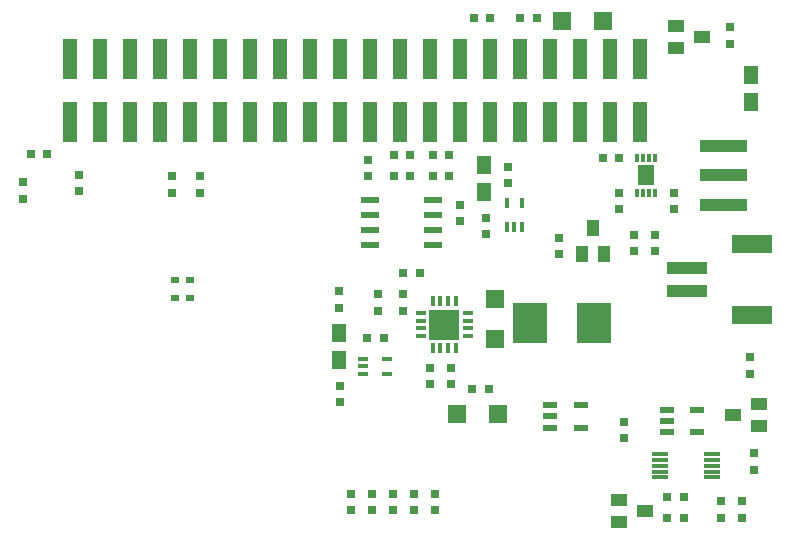
<source format=gtp>
*%FSLAX23Y23*%
*%MOIN*%
G01*
%ADD11C,0.000*%
%ADD12C,0.001*%
%ADD13C,0.002*%
%ADD14C,0.006*%
%ADD15C,0.007*%
%ADD16C,0.007*%
%ADD17C,0.008*%
%ADD18C,0.010*%
%ADD19C,0.012*%
%ADD20C,0.015*%
%ADD21C,0.015*%
%ADD22C,0.018*%
%ADD23C,0.022*%
%ADD24C,0.024*%
%ADD25C,0.025*%
%ADD26C,0.029*%
%ADD27C,0.031*%
%ADD28C,0.031*%
%ADD29C,0.035*%
%ADD30C,0.035*%
%ADD31C,0.039*%
%ADD32C,0.039*%
%ADD33C,0.046*%
%ADD34C,0.050*%
%ADD35C,0.051*%
%ADD36C,0.051*%
%ADD37C,0.054*%
%ADD38C,0.055*%
%ADD39C,0.059*%
%ADD40C,0.059*%
%ADD41C,0.070*%
%ADD42C,0.074*%
%ADD43C,0.115*%
%ADD44C,0.135*%
%ADD45C,0.138*%
%ADD46C,0.138*%
%ADD47C,0.158*%
%ADD48C,0.158*%
%ADD49C,0.190*%
%ADD50C,0.194*%
%ADD51C,0.236*%
%ADD52C,0.240*%
%ADD53R,0.011X0.030*%
%ADD54R,0.012X0.030*%
%ADD55R,0.014X0.033*%
%ADD56R,0.014X0.037*%
%ADD57R,0.015X0.034*%
%ADD58R,0.016X0.034*%
%ADD59R,0.018X0.037*%
%ADD60R,0.018X0.041*%
%ADD61R,0.020X0.025*%
%ADD62R,0.021X0.021*%
%ADD63R,0.024X0.029*%
%ADD64R,0.025X0.020*%
%ADD65R,0.029X0.024*%
%ADD66R,0.030X0.011*%
%ADD67R,0.030X0.030*%
%ADD68R,0.031X0.031*%
%ADD69R,0.033X0.014*%
%ADD70R,0.034X0.015*%
%ADD71R,0.034X0.034*%
%ADD72R,0.035X0.035*%
%ADD73R,0.037X0.014*%
%ADD74R,0.037X0.018*%
%ADD75R,0.039X0.055*%
%ADD76R,0.039X0.014*%
%ADD77R,0.041X0.018*%
%ADD78R,0.043X0.059*%
%ADD79R,0.043X0.018*%
%ADD80R,0.047X0.055*%
%ADD81R,0.048X0.024*%
%ADD82R,0.050X0.023*%
%ADD83R,0.050X0.060*%
%ADD84R,0.050X0.135*%
%ADD85R,0.051X0.071*%
%ADD86R,0.051X0.059*%
%ADD87R,0.052X0.028*%
%ADD88R,0.054X0.027*%
%ADD89R,0.054X0.064*%
%ADD90R,0.054X0.139*%
%ADD91R,0.055X0.039*%
%ADD92R,0.055X0.075*%
%ADD93R,0.057X0.012*%
%ADD94R,0.057X0.067*%
%ADD95R,0.059X0.043*%
%ADD96R,0.060X0.060*%
%ADD97R,0.061X0.024*%
%ADD98R,0.061X0.051*%
%ADD99R,0.061X0.016*%
%ADD100R,0.061X0.071*%
%ADD101R,0.063X0.039*%
%ADD102R,0.064X0.064*%
%ADD103R,0.065X0.028*%
%ADD104R,0.065X0.055*%
%ADD105R,0.067X0.043*%
%ADD106R,0.085X0.030*%
%ADD107R,0.089X0.034*%
%ADD108R,0.094X0.030*%
%ADD109R,0.098X0.034*%
%ADD110R,0.104X0.104*%
%ADD111R,0.108X0.108*%
%ADD112R,0.116X0.138*%
%ADD113R,0.120X0.142*%
%ADD114R,0.134X0.059*%
%ADD115R,0.138X0.039*%
%ADD116R,0.138X0.063*%
%ADD117R,0.142X0.043*%
%ADD118R,0.169X0.169*%
%ADD119R,0.173X0.173*%
%ADD120R,0.250X0.250*%
D54*
X10776Y8312D02*
D03*
X10796D02*
D03*
X10815D02*
D03*
X10835D02*
D03*
Y8198D02*
D03*
X10815D02*
D03*
X10796D02*
D03*
X10776Y8198D02*
D03*
D55*
X10173Y7680D02*
D03*
X10147D02*
D03*
X10121D02*
D03*
X10096D02*
D03*
Y7835D02*
D03*
X10121D02*
D03*
X10147D02*
D03*
X10173D02*
D03*
D56*
X10342Y8084D02*
D03*
Y8164D02*
D03*
X10392D02*
D03*
Y8084D02*
D03*
X10367D02*
D03*
D64*
X9286Y7908D02*
D03*
X9236D02*
D03*
X9286Y7848D02*
D03*
X9236D02*
D03*
D67*
X10932Y7184D02*
D03*
X10877D02*
D03*
X10932Y7114D02*
D03*
X10877D02*
D03*
X11057Y7169D02*
D03*
Y7114D02*
D03*
X11127Y7169D02*
D03*
Y7114D02*
D03*
X11152Y7594D02*
D03*
Y7649D02*
D03*
X11167Y7274D02*
D03*
Y7329D02*
D03*
X10732Y7379D02*
D03*
Y7434D02*
D03*
X9822Y7139D02*
D03*
Y7194D02*
D03*
X9892Y7139D02*
D03*
Y7194D02*
D03*
X10102Y7139D02*
D03*
Y7194D02*
D03*
X10032Y7139D02*
D03*
Y7194D02*
D03*
X9962Y7139D02*
D03*
Y7194D02*
D03*
X10087Y7559D02*
D03*
Y7614D02*
D03*
X10157Y7559D02*
D03*
Y7614D02*
D03*
X10227Y7544D02*
D03*
X10282D02*
D03*
X8731Y8178D02*
D03*
Y8233D02*
D03*
X8756Y8328D02*
D03*
X8811D02*
D03*
X8916Y8203D02*
D03*
Y8258D02*
D03*
X9226Y8198D02*
D03*
Y8253D02*
D03*
X9321Y8198D02*
D03*
Y8253D02*
D03*
X9912Y7859D02*
D03*
Y7804D02*
D03*
X9997D02*
D03*
Y7859D02*
D03*
Y7929D02*
D03*
X10052D02*
D03*
X10232Y8779D02*
D03*
X10287D02*
D03*
X10387D02*
D03*
X10442D02*
D03*
X11087Y8749D02*
D03*
Y8694D02*
D03*
X10662Y8314D02*
D03*
X10717D02*
D03*
X10716Y8143D02*
D03*
Y8198D02*
D03*
X10901Y8143D02*
D03*
Y8198D02*
D03*
X10836Y8058D02*
D03*
Y8003D02*
D03*
X10766Y8058D02*
D03*
Y8003D02*
D03*
X10516Y8048D02*
D03*
Y7993D02*
D03*
X10272Y8059D02*
D03*
Y8114D02*
D03*
X10347Y8229D02*
D03*
Y8284D02*
D03*
X10186Y8158D02*
D03*
Y8103D02*
D03*
X10151Y8253D02*
D03*
X10096D02*
D03*
X10151Y8323D02*
D03*
X10096D02*
D03*
X10021D02*
D03*
X9966D02*
D03*
Y8253D02*
D03*
X10021D02*
D03*
X9881D02*
D03*
Y8308D02*
D03*
X9782Y7814D02*
D03*
Y7869D02*
D03*
X9877Y7714D02*
D03*
X9932D02*
D03*
X9787Y7499D02*
D03*
Y7554D02*
D03*
D69*
X10056Y7719D02*
D03*
Y7745D02*
D03*
Y7770D02*
D03*
Y7796D02*
D03*
X10212D02*
D03*
Y7770D02*
D03*
Y7745D02*
D03*
X10212Y7719D02*
D03*
D73*
X9862Y7644D02*
D03*
X9942D02*
D03*
Y7594D02*
D03*
X9862D02*
D03*
Y7619D02*
D03*
D75*
X10629Y8081D02*
D03*
X10667Y7994D02*
D03*
X10592D02*
D03*
D81*
X10590Y7489D02*
D03*
Y7414D02*
D03*
X10487Y7452D02*
D03*
Y7414D02*
D03*
Y7489D02*
D03*
D82*
X10877Y7474D02*
D03*
Y7399D02*
D03*
Y7437D02*
D03*
X10977Y7474D02*
D03*
Y7399D02*
D03*
D83*
X11157Y8499D02*
D03*
Y8589D02*
D03*
X10267Y8199D02*
D03*
Y8289D02*
D03*
X9782Y7639D02*
D03*
Y7729D02*
D03*
D84*
X8887Y8434D02*
D03*
X8987D02*
D03*
X9087D02*
D03*
X9187D02*
D03*
X9287D02*
D03*
X9387D02*
D03*
X9487D02*
D03*
X9587D02*
D03*
X9687D02*
D03*
X9787D02*
D03*
X9887D02*
D03*
X9987D02*
D03*
X10087D02*
D03*
X10187D02*
D03*
X10287D02*
D03*
X10387D02*
D03*
X10487D02*
D03*
X10587D02*
D03*
X10687D02*
D03*
X8887Y8644D02*
D03*
X8987D02*
D03*
X9087D02*
D03*
X9187D02*
D03*
X9287D02*
D03*
X9387D02*
D03*
X9487D02*
D03*
X9587D02*
D03*
X9687D02*
D03*
X9787D02*
D03*
X9887D02*
D03*
X9987D02*
D03*
X10087D02*
D03*
X10187D02*
D03*
X10287D02*
D03*
X10387D02*
D03*
X10487D02*
D03*
X10587D02*
D03*
X10687D02*
D03*
X10787D02*
D03*
X10787Y8434D02*
D03*
D91*
X11095Y7456D02*
D03*
X11182Y7494D02*
D03*
Y7419D02*
D03*
X10804Y7137D02*
D03*
X10717Y7099D02*
D03*
Y7174D02*
D03*
X10907Y8754D02*
D03*
Y8679D02*
D03*
X10994Y8717D02*
D03*
D93*
X10854Y7249D02*
D03*
Y7268D02*
D03*
Y7288D02*
D03*
Y7308D02*
D03*
Y7327D02*
D03*
X11027D02*
D03*
X11027Y7308D02*
D03*
Y7288D02*
D03*
X11027Y7268D02*
D03*
X11027Y7249D02*
D03*
D94*
X10806Y8255D02*
D03*
D96*
X10312Y7459D02*
D03*
X10177D02*
D03*
X10302Y7709D02*
D03*
Y7844D02*
D03*
X10662Y8769D02*
D03*
X10527D02*
D03*
D97*
X10098Y8022D02*
D03*
Y8072D02*
D03*
Y8122D02*
D03*
Y8172D02*
D03*
X9886Y8022D02*
D03*
Y8072D02*
D03*
Y8122D02*
D03*
Y8172D02*
D03*
D101*
X11112Y8353D02*
D03*
X11065D02*
D03*
X11018D02*
D03*
X11112Y8255D02*
D03*
X11061D02*
D03*
X11018D02*
D03*
X11112Y8157D02*
D03*
X11066D02*
D03*
X11018D02*
D03*
D110*
X10134Y7758D02*
D03*
D112*
X10633Y7762D02*
D03*
X10419D02*
D03*
D114*
X11161Y7790D02*
D03*
Y8026D02*
D03*
D115*
X10942Y7870D02*
D03*
Y7948D02*
D03*
M02*

</source>
